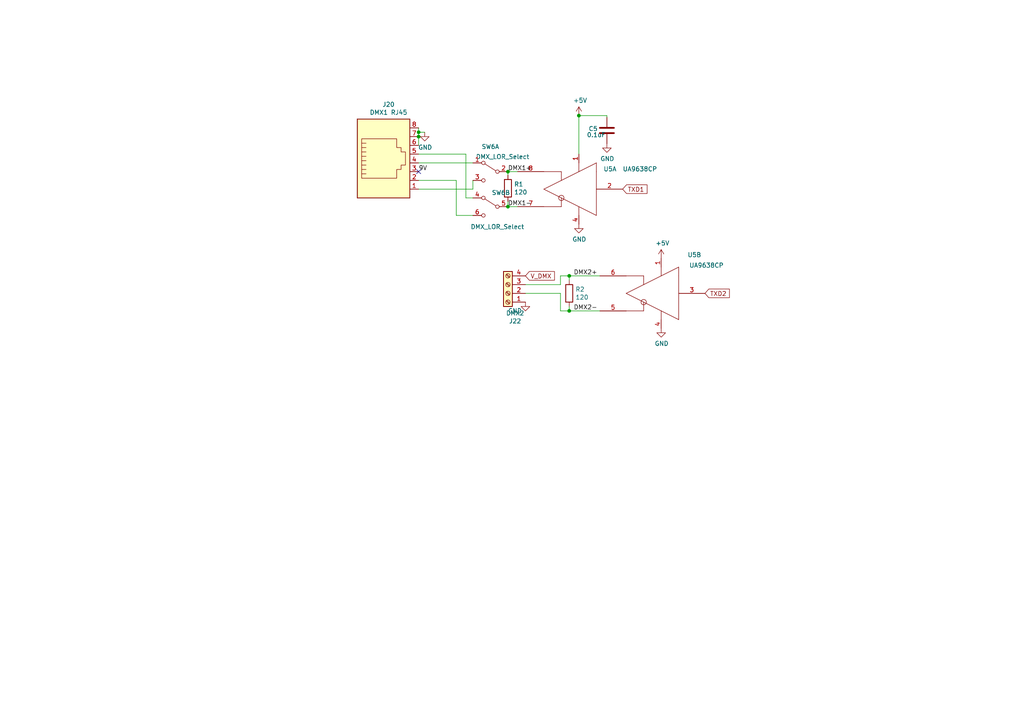
<source format=kicad_sch>
(kicad_sch (version 20211123) (generator eeschema)
  (paper "A4")
  (title_block (title "BBB 16") (date "2021-11-04") (rev "v2.1") (company "Scott Hanson"))
  (lib_symbols
    (symbol "BBB_16-rescue:C-Device" (pin_numbers hide) (pin_names (offset 0.254))
      (property "Reference" "C" (at 0.635 2.54 0))
      (property "Value" "C-Device" (at 0.635 -2.54 0))
      (symbol "C-Device_0_1"
        (polyline (pts (xy -2.032 -0.762) (xy 2.032 -0.762)) (stroke (width 0.508)))
        (polyline (pts (xy -2.032 0.762) (xy 2.032 0.762)) (stroke (width 0.508)))
      )
      (symbol "C-Device_1_1"
        (pin passive line (at 0 3.81 270) (length 2.794) (name "~") (number "1"))
        (pin passive line (at 0 -3.81 90) (length 2.794) (name "~") (number "2"))
      )
    )
    (symbol "BBB_16-rescue:R-Device" (pin_numbers hide) (pin_names (offset 0))
      (property "Reference" "R" (at 2.032 0 90))
      (property "Value" "R-Device" (at 0 0 90))
      (symbol "R-Device_0_1"
        (rectangle (start -1.016 -2.54) (end 1.016 2.54) (stroke (width 0.254)))
      )
      (symbol "R-Device_1_1"
        (pin passive line (at 0 3.81 270) (length 1.27) (name "~") (number "1"))
        (pin passive line (at 0 -3.81 90) (length 1.27) (name "~") (number "2"))
      )
    )
    (symbol "Connector:RJ45" (pin_names (offset 1.016))
      (property "Reference" "J" (at -5.08 13.97 0))
      (property "Value" "RJ45" (at 2.54 13.97 0))
      (symbol "RJ45_0_1"
        (polyline (pts (xy -5.08 4.445) (xy -6.35 4.445)))
        (polyline (pts (xy -5.08 5.715) (xy -6.35 5.715)))
        (polyline (pts (xy -6.35 -3.175) (xy -5.08 -3.175) (xy -5.08 -3.175)))
        (polyline (pts (xy -6.35 -1.905) (xy -5.08 -1.905) (xy -5.08 -1.905)))
        (polyline (pts (xy -6.35 -0.635) (xy -5.08 -0.635) (xy -5.08 -0.635)))
        (polyline (pts (xy -6.35 0.635) (xy -5.08 0.635) (xy -5.08 0.635)))
        (polyline (pts (xy -6.35 1.905) (xy -5.08 1.905) (xy -5.08 1.905)))
        (polyline (pts (xy -5.08 3.175) (xy -6.35 3.175) (xy -6.35 3.175)))
        (polyline (pts (xy -6.35 -4.445) (xy -6.35 6.985) (xy 3.81 6.985) (xy 3.81 4.445) (xy 5.08 4.445) (xy 5.08 3.175) (xy 6.35 3.175) (xy 6.35 -0.635) (xy 5.08 -0.635) (xy 5.08 -1.905) (xy 3.81 -1.905) (xy 3.81 -4.445) (xy -6.35 -4.445) (xy -6.35 -4.445)))
        (rectangle (start 7.62 12.7) (end -7.62 -10.16) (stroke (width 0.254)) (fill (type background)))
      )
      (symbol "RJ45_1_1"
        (pin passive line (at 10.16 -7.62 180) (length 2.54) (name "~") (number "1"))
        (pin passive line (at 10.16 -5.08 180) (length 2.54) (name "~") (number "2"))
        (pin passive line (at 10.16 -2.54 180) (length 2.54) (name "~") (number "3"))
        (pin passive line (at 10.16 0 180) (length 2.54) (name "~") (number "4"))
        (pin passive line (at 10.16 2.54 180) (length 2.54) (name "~") (number "5"))
        (pin passive line (at 10.16 5.08 180) (length 2.54) (name "~") (number "6"))
        (pin passive line (at 10.16 7.62 180) (length 2.54) (name "~") (number "7"))
        (pin passive line (at 10.16 10.16 180) (length 2.54) (name "~") (number "8"))
      )
    )
    (symbol "Connector:Screw_Terminal_01x04" (pin_names (offset 1.016) hide)
      (property "Reference" "J" (at 0 5.08 0))
      (property "Value" "Screw_Terminal_01x04" (at 0 -7.62 0))
      (symbol "Screw_Terminal_01x04_1_1"
        (rectangle (start -1.27 3.81) (end 1.27 -6.35) (stroke (width 0.254)) (fill (type background)))
        (circle (center 0 -5.08) (radius 0.635) (stroke (width 0.1524)))
        (circle (center 0 -2.54) (radius 0.635) (stroke (width 0.1524)))
        (polyline (pts (xy -0.5334 -4.7498) (xy 0.3302 -5.588)) (stroke (width 0.1524)))
        (polyline (pts (xy -0.5334 -2.2098) (xy 0.3302 -3.048)) (stroke (width 0.1524)))
        (polyline (pts (xy -0.5334 0.3302) (xy 0.3302 -0.508)) (stroke (width 0.1524)))
        (polyline (pts (xy -0.5334 2.8702) (xy 0.3302 2.032)) (stroke (width 0.1524)))
        (polyline (pts (xy -0.3556 -4.572) (xy 0.508 -5.4102)) (stroke (width 0.1524)))
        (polyline (pts (xy -0.3556 -2.032) (xy 0.508 -2.8702)) (stroke (width 0.1524)))
        (polyline (pts (xy -0.3556 0.508) (xy 0.508 -0.3302)) (stroke (width 0.1524)))
        (polyline (pts (xy -0.3556 3.048) (xy 0.508 2.2098)) (stroke (width 0.1524)))
        (circle (center 0 0) (radius 0.635) (stroke (width 0.1524)))
        (circle (center 0 2.54) (radius 0.635) (stroke (width 0.1524)))
        (pin passive line (at -5.08 2.54 0) (length 3.81) (name "Pin_1") (number "1"))
        (pin passive line (at -5.08 0 0) (length 3.81) (name "Pin_2") (number "2"))
        (pin passive line (at -5.08 -2.54 0) (length 3.81) (name "Pin_3") (number "3"))
        (pin passive line (at -5.08 -5.08 0) (length 3.81) (name "Pin_4") (number "4"))
      )
    )
    (symbol "Interface_LineDriver:UA9638CP" (pin_names (offset 1.016) hide)
      (property "Reference" "U" (at -7.62 10.16 0))
      (property "Value" "UA9638CP" (at 2.54 7.62 0))
      (symbol "UA9638CP_0_1"
        (polyline (pts (xy -7.62 5.08) (xy -7.62 -7.62)))
        (polyline (pts (xy -7.62 5.08) (xy -7.62 7.62)))
        (polyline (pts (xy -7.62 7.62) (xy 7.62 0)))
        (polyline (pts (xy -2.54 -5.08) (xy -2.54 -7.62)))
        (polyline (pts (xy -2.54 5.08) (xy -2.54 7.62)))
        (polyline (pts (xy 2.54 -5.08) (xy 7.62 -5.08)))
        (polyline (pts (xy 2.54 -2.54) (xy 2.54 -5.08)))
        (polyline (pts (xy 2.54 5.08) (xy 2.54 2.54)))
        (polyline (pts (xy 7.62 0) (xy -7.62 -7.62)))
        (polyline (pts (xy 7.62 5.08) (xy 2.54 5.08)))
        (circle (center 2.54 -2.54) (radius 0.762))
      )
      (symbol "UA9638CP_1_1"
        (pin power_in line (at -2.54 10.16 270) (length 2.54) (name "VCC") (number "1"))
        (pin input line (at -15.24 0 0) (length 7.62) (name "IN") (number "2"))
        (pin power_in line (at -2.54 -10.16 90) (length 2.54) (name "GND") (number "4"))
        (pin output line (at 15.24 -5.08 180) (length 7.62) (name "OUTA") (number "7"))
        (pin output line (at 15.24 5.08 180) (length 7.62) (name "OUTB") (number "8"))
      )
      (symbol "UA9638CP_2_1"
        (pin power_in line (at -2.54 10.16 270) (length 2.54) (name "VCC") (number "1"))
        (pin input line (at -15.24 0 0) (length 7.62) (name "IN") (number "3"))
        (pin power_in line (at -2.54 -10.16 90) (length 2.54) (name "GND") (number "4"))
        (pin output line (at 15.24 -5.08 180) (length 7.62) (name "OUTA") (number "5"))
        (pin output line (at 15.24 5.08 180) (length 7.62) (name "OUTB") (number "6"))
      )
    )
    (symbol "Switch:SW_DPDT_x2" (pin_names (offset 0) hide)
      (property "Reference" "SW" (at 0 4.318 0))
      (property "Value" "SW_DPDT_x2" (at 0 -5.08 0))
      (symbol "SW_DPDT_x2_0_0"
        (circle (center -2.032 0) (radius 0.508))
        (circle (center 2.032 -2.54) (radius 0.508))
      )
      (symbol "SW_DPDT_x2_0_1"
        (polyline (pts (xy -1.524 0.254) (xy 1.651 2.286)))
        (circle (center 2.032 2.54) (radius 0.508))
      )
      (symbol "SW_DPDT_x2_1_1"
        (pin passive line (at 5.08 2.54 180) (length 2.54) (name "A") (number "1"))
        (pin passive line (at -5.08 0 0) (length 2.54) (name "B") (number "2"))
        (pin passive line (at 5.08 -2.54 180) (length 2.54) (name "C") (number "3"))
      )
      (symbol "SW_DPDT_x2_2_1"
        (pin passive line (at 5.08 2.54 180) (length 2.54) (name "A") (number "4"))
        (pin passive line (at -5.08 0 0) (length 2.54) (name "B") (number "5"))
        (pin passive line (at 5.08 -2.54 180) (length 2.54) (name "C") (number "6"))
      )
    )
    (symbol "power:+5V" (power) (pin_names (offset 0))
      (property "Value" "+5V" (at 0 3.556 0))
      (symbol "+5V_0_1"
        (polyline (pts (xy -0.762 1.27) (xy 0 2.54)))
        (polyline (pts (xy 0 0) (xy 0 2.54)))
        (polyline (pts (xy 0 2.54) (xy 0.762 1.27)))
      )
      (symbol "+5V_1_1"
        (pin power_in line (at 0 0 90) (length 0) hide (name "+5V") (number "1"))
      )
    )
    (symbol "power:GND" (power) (pin_names (offset 0))
      (property "Value" "GND" (at 0 -3.81 0))
      (symbol "GND_0_1"
        (polyline (pts (xy 0 0) (xy 0 -1.27) (xy 1.27 -1.27) (xy 0 -2.54) (xy -1.27 -1.27) (xy 0 -1.27)))
      )
      (symbol "GND_1_1"
        (pin power_in line (at 0 0 270) (length 0) hide (name "GND") (number "1"))
      )
    )
  )
  (junction (at 121.412 38.354))
  (junction (at 167.894 33.528))
  (junction (at 147.32 59.944))
  (junction (at 165.1 80.01))
  (junction (at 121.412 39.624))
  (junction (at 165.1 90.17))
  (junction (at 147.32 49.784))
  (no_connect (at 121.412 49.784))
  (wire (pts (xy 162.56 90.17) (xy 165.1 90.17)))
  (wire (pts (xy 137.16 52.324) (xy 137.16 54.864)))
  (wire (pts (xy 165.1 80.01) (xy 162.56 80.01)))
  (wire (pts (xy 121.412 47.244) (xy 137.16 47.244)))
  (wire (pts (xy 167.894 44.704) (xy 167.894 33.528)))
  (wire (pts (xy 147.32 58.42) (xy 147.32 59.944)))
  (wire (pts (xy 162.56 85.09) (xy 162.56 90.17)))
  (wire (pts (xy 121.412 52.324) (xy 132.334 52.324)))
  (wire (pts (xy 137.16 57.404) (xy 135.128 57.404)))
  (wire (pts (xy 147.32 59.944) (xy 150.114 59.944)))
  (wire (pts (xy 121.412 42.164) (xy 121.412 39.624)))
  (wire (pts (xy 121.412 37.084) (xy 121.412 38.354)))
  (wire (pts (xy 135.128 44.704) (xy 135.128 57.404)))
  (wire (pts (xy 147.32 49.784) (xy 147.32 50.8)))
  (wire (pts (xy 165.1 90.17) (xy 173.99 90.17)))
  (wire (pts (xy 121.412 38.354) (xy 121.412 39.624)))
  (wire (pts (xy 121.412 44.704) (xy 135.128 44.704)))
  (wire (pts (xy 165.1 88.9) (xy 165.1 90.17)))
  (wire (pts (xy 165.1 81.28) (xy 165.1 80.01)))
  (wire (pts (xy 123.19 38.354) (xy 121.412 38.354)))
  (wire (pts (xy 152.4 85.09) (xy 162.56 85.09)))
  (wire (pts (xy 121.412 54.864) (xy 137.16 54.864)))
  (wire (pts (xy 162.56 80.01) (xy 162.56 82.55)))
  (wire (pts (xy 137.16 62.484) (xy 132.334 62.484)))
  (wire (pts (xy 173.99 80.01) (xy 165.1 80.01)))
  (wire (pts (xy 132.334 52.324) (xy 132.334 62.484)))
  (wire (pts (xy 167.894 33.528) (xy 176.022 33.528)))
  (wire (pts (xy 176.022 33.528) (xy 176.022 34.036)))
  (wire (pts (xy 150.114 49.784) (xy 147.32 49.784)))
  (wire (pts (xy 162.56 82.55) (xy 152.4 82.55)))
  (label "DMX2-" (at 166.37 90.17 0))
  (label "DMX1-" (at 147.32 59.944 0))
  (label "DMX2+" (at 166.37 80.01 0))
  (label "DMX1+" (at 147.32 49.784 0))
  (label "9V" (at 121.412 49.784 0))
  (global_label "TXD1" (shape input) (at 180.594 54.864 0) (property "Intersheet References" "${INTERSHEET_REFS}" (effects hide)))
  (global_label "V_DMX" (shape input) (at 152.4 80.01 0) (property "Intersheet References" "${INTERSHEET_REFS}" (effects hide)))
  (global_label "TXD2" (shape input) (at 204.47 85.09 0) (property "Intersheet References" "${INTERSHEET_REFS}" (effects hide)))
  (symbol (lib_id "BBB_16-rescue:R-Device") (at 165.1 85.09 0) (unit 1)
    (property "Reference" "R2" (at 166.878 83.9216 0) (effects (justify left)))
    (property "Value" "120" (at 166.878 86.233 0) (effects (justify left)))
    (property "Footprint" "Resistor_SMD:R_0603_1608Metric_Pad0.98x0.95mm_HandSolder" (effects hide))
    (property "Digi-Key_PN" "CF14JT120RCT-ND" (effects hide))
    (property "MPN" "CF14JT120R" (effects hide))
  )
  (symbol (lib_id "power:GND") (at 152.4 87.63 0) (unit 1)
    (property "Reference" "#PWR033" (effects hide))
    (property "Value" "GND" (at 149.352 90.17 0))
  )
  (symbol (lib_id "BBB_16-rescue:C-Device") (at 176.022 37.846 0) (unit 1)
    (property "Reference" "C5" (at 170.688 37.338 0) (effects (justify left)))
    (property "Value" "0.1uF" (at 170.18 39.116 0) (effects (justify left)))
    (property "Footprint" "Capacitor_SMD:C_0603_1608Metric_Pad1.08x0.95mm_HandSolder" (effects hide))
    (property "Digi-Key_PN" "478-7336-1-ND" (effects hide))
    (property "MPN" "SR215C104KARTR1" (effects hide))
  )
  (symbol (lib_id "power:GND") (at 176.022 41.656 0) (unit 1)
    (property "Reference" "#PWR037" (effects hide))
    (property "Value" "GND" (at 176.149 46.0502 0))
  )
  (symbol (lib_id "Connector:RJ45") (at 111.252 47.244 0) (unit 1)
    (property "Reference" "J20" (at 112.6998 30.3022 0))
    (property "Value" "DMX1 RJ45" (at 112.6998 32.6136 0))
    (property "Footprint" "Connector_RJ:RJ45_Amphenol_54602-x08_Horizontal" (effects hide))
    (property "Digi-Key_PN" "AE10392-ND" (effects hide))
    (property "MPN" "A-2014-2-4-R" (effects hide))
  )
  (symbol (lib_id "power:GND") (at 123.19 38.354 0) (unit 1)
    (property "Reference" "#PWR034" (effects hide))
    (property "Value" "GND" (at 123.317 42.7482 0))
  )
  (symbol (lib_id "Interface_LineDriver:UA9638CP") (at 165.354 54.864 0) (mirror y) (unit 1)
    (property "Reference" "U5" (at 175.006 49.022 0) (effects (justify right)))
    (property "Value" "UA9638CP" (at 180.594 49.022 0) (effects (justify right)))
    (property "Footprint" "Package_SO:SOIC-8_3.9x4.9mm_P1.27mm" (effects hide))
    (property "Datasheet" "http://www.ti.com/lit/ds/symlink/ua9638.pdf" (effects hide))
    (property "Digi-Key_PN" "296-15059-5-ND" (effects hide))
    (property "MPN" "UA9638CP" (effects hide))
  )
  (symbol (lib_id "Interface_LineDriver:UA9638CP") (at 189.23 85.09 0) (mirror y) (unit 2)
    (property "Reference" "U5" (at 199.39 73.914 0) (effects (justify right)))
    (property "Value" "UA9638CP" (at 199.898 76.962 0) (effects (justify right)))
    (property "Footprint" "Package_SO:SOIC-8_3.9x4.9mm_P1.27mm" (effects hide))
    (property "Datasheet" "http://www.ti.com/lit/ds/symlink/ua9638.pdf" (effects hide))
    (property "Digi-Key_PN" "296-15059-5-ND" (effects hide))
    (property "MPN" "UA9638CP" (effects hide))
  )
  (symbol (lib_id "BBB_16-rescue:R-Device") (at 147.32 54.61 0) (unit 1)
    (property "Reference" "R1" (at 149.098 53.4416 0) (effects (justify left)))
    (property "Value" "120" (at 149.098 55.753 0) (effects (justify left)))
    (property "Footprint" "Resistor_SMD:R_0603_1608Metric_Pad0.98x0.95mm_HandSolder" (effects hide))
    (property "Digi-Key_PN" "CF14JT120RCT-ND" (effects hide))
    (property "MPN" "CF14JT120R" (effects hide))
  )
  (symbol (lib_id "power:GND") (at 191.77 95.25 0) (unit 1)
    (property "Reference" "#PWR038" (effects hide))
    (property "Value" "GND" (at 191.897 99.6442 0))
  )
  (symbol (lib_id "power:GND") (at 167.894 65.024 0) (unit 1)
    (property "Reference" "#PWR035" (effects hide))
    (property "Value" "GND" (at 168.021 69.4182 0))
  )
  (symbol (lib_id "power:+5V") (at 191.77 74.93 0) (unit 1)
    (property "Reference" "#PWR036" (effects hide))
    (property "Value" "+5V" (at 192.151 70.5358 0))
  )
  (symbol (lib_id "power:+5V") (at 167.894 33.528 0) (unit 1)
    (property "Reference" "#PWR032" (effects hide))
    (property "Value" "+5V" (at 168.275 29.1338 0))
  )
  (symbol (lib_id "Connector:Screw_Terminal_01x04") (at 147.32 85.09 180) (unit 1)
    (property "Reference" "J22" (at 149.4028 93.1418 0))
    (property "Value" "DMX2" (at 149.4028 90.8304 0))
    (property "Footprint" "TerminalBlock_Phoenix:TerminalBlock_Phoenix_MKDS-1,5-4_1x04_P5.00mm_Horizontal" (effects hide))
    (property "Digi-Key_PN" "277-1238-ND" (effects hide))
    (property "MPN" "1729034" (effects hide))
  )
  (symbol (lib_id "Switch:SW_DPDT_x2") (at 142.24 49.784 0) (mirror y) (unit 1)
    (property "Reference" "SW6" (at 142.24 42.545 0))
    (property "Value" "DMX_LOR_Select" (at 145.796 45.466 0))
    (property "Footprint" "Button_Switch_THT:SW_CuK_JS202011CQN_DPDT_Straight" (effects hide))
    (property "Digi-Key_PN" "401-2001-ND" (effects hide))
    (property "MPN" "JS202011CQN" (effects hide))
  )
  (symbol (lib_id "Switch:SW_DPDT_x2") (at 142.24 59.944 0) (mirror y) (unit 2)
    (property "Reference" "SW6" (at 145.288 55.88 0))
    (property "Value" "DMX_LOR_Select" (at 144.272 65.786 0))
    (property "Footprint" "Button_Switch_THT:SW_CuK_JS202011CQN_DPDT_Straight" (effects hide))
    (property "Digi-Key_PN" "401-2001-ND" (effects hide))
    (property "MPN" "JS202011CQN" (effects hide))
  )
)
</source>
